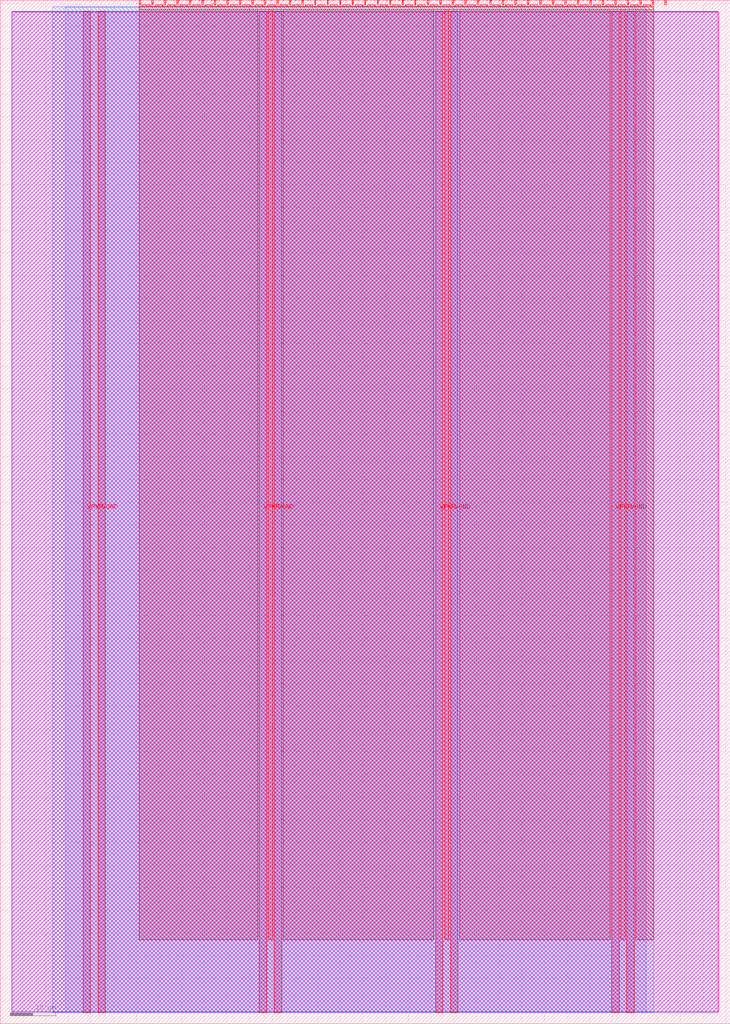
<source format=lef>
VERSION 5.7 ;
  NOWIREEXTENSIONATPIN ON ;
  DIVIDERCHAR "/" ;
  BUSBITCHARS "[]" ;
MACRO tt_um_6502
  CLASS BLOCK ;
  FOREIGN tt_um_6502 ;
  ORIGIN 0.000 0.000 ;
  SIZE 161.000 BY 225.760 ;
  PIN VGND
    DIRECTION INOUT ;
    USE GROUND ;
    PORT
      LAYER met4 ;
        RECT 21.580 2.480 23.180 223.280 ;
    END
    PORT
      LAYER met4 ;
        RECT 60.450 2.480 62.050 223.280 ;
    END
    PORT
      LAYER met4 ;
        RECT 99.320 2.480 100.920 223.280 ;
    END
    PORT
      LAYER met4 ;
        RECT 138.190 2.480 139.790 223.280 ;
    END
  END VGND
  PIN VPWR
    DIRECTION INOUT ;
    USE POWER ;
    PORT
      LAYER met4 ;
        RECT 18.280 2.480 19.880 223.280 ;
    END
    PORT
      LAYER met4 ;
        RECT 57.150 2.480 58.750 223.280 ;
    END
    PORT
      LAYER met4 ;
        RECT 96.020 2.480 97.620 223.280 ;
    END
    PORT
      LAYER met4 ;
        RECT 134.890 2.480 136.490 223.280 ;
    END
  END VPWR
  PIN clk
    DIRECTION INPUT ;
    USE SIGNAL ;
    ANTENNAGATEAREA 0.852000 ;
    PORT
      LAYER met4 ;
        RECT 143.830 224.760 144.130 225.760 ;
    END
  END clk
  PIN ena
    DIRECTION INPUT ;
    USE SIGNAL ;
    PORT
      LAYER met4 ;
        RECT 146.590 224.760 146.890 225.760 ;
    END
  END ena
  PIN rst_n
    DIRECTION INPUT ;
    USE SIGNAL ;
    ANTENNAGATEAREA 0.196500 ;
    PORT
      LAYER met4 ;
        RECT 141.070 224.760 141.370 225.760 ;
    END
  END rst_n
  PIN ui_in[0]
    DIRECTION INPUT ;
    USE SIGNAL ;
    PORT
      LAYER met4 ;
        RECT 138.310 224.760 138.610 225.760 ;
    END
  END ui_in[0]
  PIN ui_in[1]
    DIRECTION INPUT ;
    USE SIGNAL ;
    PORT
      LAYER met4 ;
        RECT 135.550 224.760 135.850 225.760 ;
    END
  END ui_in[1]
  PIN ui_in[2]
    DIRECTION INPUT ;
    USE SIGNAL ;
    PORT
      LAYER met4 ;
        RECT 132.790 224.760 133.090 225.760 ;
    END
  END ui_in[2]
  PIN ui_in[3]
    DIRECTION INPUT ;
    USE SIGNAL ;
    PORT
      LAYER met4 ;
        RECT 130.030 224.760 130.330 225.760 ;
    END
  END ui_in[3]
  PIN ui_in[4]
    DIRECTION INPUT ;
    USE SIGNAL ;
    PORT
      LAYER met4 ;
        RECT 127.270 224.760 127.570 225.760 ;
    END
  END ui_in[4]
  PIN ui_in[5]
    DIRECTION INPUT ;
    USE SIGNAL ;
    PORT
      LAYER met4 ;
        RECT 124.510 224.760 124.810 225.760 ;
    END
  END ui_in[5]
  PIN ui_in[6]
    DIRECTION INPUT ;
    USE SIGNAL ;
    PORT
      LAYER met4 ;
        RECT 121.750 224.760 122.050 225.760 ;
    END
  END ui_in[6]
  PIN ui_in[7]
    DIRECTION INPUT ;
    USE SIGNAL ;
    PORT
      LAYER met4 ;
        RECT 118.990 224.760 119.290 225.760 ;
    END
  END ui_in[7]
  PIN uio_in[0]
    DIRECTION INPUT ;
    USE SIGNAL ;
    ANTENNAGATEAREA 0.159000 ;
    PORT
      LAYER met4 ;
        RECT 116.230 224.760 116.530 225.760 ;
    END
  END uio_in[0]
  PIN uio_in[1]
    DIRECTION INPUT ;
    USE SIGNAL ;
    ANTENNAGATEAREA 0.159000 ;
    PORT
      LAYER met4 ;
        RECT 113.470 224.760 113.770 225.760 ;
    END
  END uio_in[1]
  PIN uio_in[2]
    DIRECTION INPUT ;
    USE SIGNAL ;
    ANTENNAGATEAREA 0.213000 ;
    PORT
      LAYER met4 ;
        RECT 110.710 224.760 111.010 225.760 ;
    END
  END uio_in[2]
  PIN uio_in[3]
    DIRECTION INPUT ;
    USE SIGNAL ;
    ANTENNAGATEAREA 0.213000 ;
    PORT
      LAYER met4 ;
        RECT 107.950 224.760 108.250 225.760 ;
    END
  END uio_in[3]
  PIN uio_in[4]
    DIRECTION INPUT ;
    USE SIGNAL ;
    ANTENNAGATEAREA 0.213000 ;
    PORT
      LAYER met4 ;
        RECT 105.190 224.760 105.490 225.760 ;
    END
  END uio_in[4]
  PIN uio_in[5]
    DIRECTION INPUT ;
    USE SIGNAL ;
    ANTENNAGATEAREA 0.159000 ;
    PORT
      LAYER met4 ;
        RECT 102.430 224.760 102.730 225.760 ;
    END
  END uio_in[5]
  PIN uio_in[6]
    DIRECTION INPUT ;
    USE SIGNAL ;
    ANTENNAGATEAREA 0.159000 ;
    PORT
      LAYER met4 ;
        RECT 99.670 224.760 99.970 225.760 ;
    END
  END uio_in[6]
  PIN uio_in[7]
    DIRECTION INPUT ;
    USE SIGNAL ;
    ANTENNAGATEAREA 0.213000 ;
    PORT
      LAYER met4 ;
        RECT 96.910 224.760 97.210 225.760 ;
    END
  END uio_in[7]
  PIN uio_oe[0]
    DIRECTION OUTPUT ;
    USE SIGNAL ;
    ANTENNADIFFAREA 0.445500 ;
    PORT
      LAYER met4 ;
        RECT 49.990 224.760 50.290 225.760 ;
    END
  END uio_oe[0]
  PIN uio_oe[1]
    DIRECTION OUTPUT ;
    USE SIGNAL ;
    ANTENNADIFFAREA 0.445500 ;
    PORT
      LAYER met4 ;
        RECT 47.230 224.760 47.530 225.760 ;
    END
  END uio_oe[1]
  PIN uio_oe[2]
    DIRECTION OUTPUT ;
    USE SIGNAL ;
    ANTENNADIFFAREA 0.445500 ;
    PORT
      LAYER met4 ;
        RECT 44.470 224.760 44.770 225.760 ;
    END
  END uio_oe[2]
  PIN uio_oe[3]
    DIRECTION OUTPUT ;
    USE SIGNAL ;
    ANTENNADIFFAREA 0.445500 ;
    PORT
      LAYER met4 ;
        RECT 41.710 224.760 42.010 225.760 ;
    END
  END uio_oe[3]
  PIN uio_oe[4]
    DIRECTION OUTPUT ;
    USE SIGNAL ;
    ANTENNADIFFAREA 0.445500 ;
    PORT
      LAYER met4 ;
        RECT 38.950 224.760 39.250 225.760 ;
    END
  END uio_oe[4]
  PIN uio_oe[5]
    DIRECTION OUTPUT ;
    USE SIGNAL ;
    ANTENNADIFFAREA 0.445500 ;
    PORT
      LAYER met4 ;
        RECT 36.190 224.760 36.490 225.760 ;
    END
  END uio_oe[5]
  PIN uio_oe[6]
    DIRECTION OUTPUT ;
    USE SIGNAL ;
    ANTENNADIFFAREA 0.445500 ;
    PORT
      LAYER met4 ;
        RECT 33.430 224.760 33.730 225.760 ;
    END
  END uio_oe[6]
  PIN uio_oe[7]
    DIRECTION OUTPUT ;
    USE SIGNAL ;
    ANTENNAGATEAREA 1.332000 ;
    ANTENNADIFFAREA 0.891000 ;
    PORT
      LAYER met4 ;
        RECT 30.670 224.760 30.970 225.760 ;
    END
  END uio_oe[7]
  PIN uio_out[0]
    DIRECTION OUTPUT ;
    USE SIGNAL ;
    ANTENNADIFFAREA 0.891000 ;
    PORT
      LAYER met4 ;
        RECT 72.070 224.760 72.370 225.760 ;
    END
  END uio_out[0]
  PIN uio_out[1]
    DIRECTION OUTPUT ;
    USE SIGNAL ;
    ANTENNADIFFAREA 0.445500 ;
    PORT
      LAYER met4 ;
        RECT 69.310 224.760 69.610 225.760 ;
    END
  END uio_out[1]
  PIN uio_out[2]
    DIRECTION OUTPUT ;
    USE SIGNAL ;
    ANTENNADIFFAREA 0.445500 ;
    PORT
      LAYER met4 ;
        RECT 66.550 224.760 66.850 225.760 ;
    END
  END uio_out[2]
  PIN uio_out[3]
    DIRECTION OUTPUT ;
    USE SIGNAL ;
    ANTENNADIFFAREA 0.445500 ;
    PORT
      LAYER met4 ;
        RECT 63.790 224.760 64.090 225.760 ;
    END
  END uio_out[3]
  PIN uio_out[4]
    DIRECTION OUTPUT ;
    USE SIGNAL ;
    ANTENNADIFFAREA 0.445500 ;
    PORT
      LAYER met4 ;
        RECT 61.030 224.760 61.330 225.760 ;
    END
  END uio_out[4]
  PIN uio_out[5]
    DIRECTION OUTPUT ;
    USE SIGNAL ;
    ANTENNADIFFAREA 0.445500 ;
    PORT
      LAYER met4 ;
        RECT 58.270 224.760 58.570 225.760 ;
    END
  END uio_out[5]
  PIN uio_out[6]
    DIRECTION OUTPUT ;
    USE SIGNAL ;
    ANTENNADIFFAREA 0.445500 ;
    PORT
      LAYER met4 ;
        RECT 55.510 224.760 55.810 225.760 ;
    END
  END uio_out[6]
  PIN uio_out[7]
    DIRECTION OUTPUT ;
    USE SIGNAL ;
    ANTENNADIFFAREA 0.445500 ;
    PORT
      LAYER met4 ;
        RECT 52.750 224.760 53.050 225.760 ;
    END
  END uio_out[7]
  PIN uo_out[0]
    DIRECTION OUTPUT ;
    USE SIGNAL ;
    ANTENNADIFFAREA 0.891000 ;
    PORT
      LAYER met4 ;
        RECT 94.150 224.760 94.450 225.760 ;
    END
  END uo_out[0]
  PIN uo_out[1]
    DIRECTION OUTPUT ;
    USE SIGNAL ;
    ANTENNADIFFAREA 0.891000 ;
    PORT
      LAYER met4 ;
        RECT 91.390 224.760 91.690 225.760 ;
    END
  END uo_out[1]
  PIN uo_out[2]
    DIRECTION OUTPUT ;
    USE SIGNAL ;
    ANTENNADIFFAREA 0.891000 ;
    PORT
      LAYER met4 ;
        RECT 88.630 224.760 88.930 225.760 ;
    END
  END uo_out[2]
  PIN uo_out[3]
    DIRECTION OUTPUT ;
    USE SIGNAL ;
    ANTENNADIFFAREA 0.891000 ;
    PORT
      LAYER met4 ;
        RECT 85.870 224.760 86.170 225.760 ;
    END
  END uo_out[3]
  PIN uo_out[4]
    DIRECTION OUTPUT ;
    USE SIGNAL ;
    ANTENNADIFFAREA 0.891000 ;
    PORT
      LAYER met4 ;
        RECT 83.110 224.760 83.410 225.760 ;
    END
  END uo_out[4]
  PIN uo_out[5]
    DIRECTION OUTPUT ;
    USE SIGNAL ;
    ANTENNADIFFAREA 0.891000 ;
    PORT
      LAYER met4 ;
        RECT 80.350 224.760 80.650 225.760 ;
    END
  END uo_out[5]
  PIN uo_out[6]
    DIRECTION OUTPUT ;
    USE SIGNAL ;
    ANTENNADIFFAREA 0.891000 ;
    PORT
      LAYER met4 ;
        RECT 77.590 224.760 77.890 225.760 ;
    END
  END uo_out[6]
  PIN uo_out[7]
    DIRECTION OUTPUT ;
    USE SIGNAL ;
    ANTENNADIFFAREA 0.891000 ;
    PORT
      LAYER met4 ;
        RECT 74.830 224.760 75.130 225.760 ;
    END
  END uo_out[7]
  OBS
      LAYER nwell ;
        RECT 2.570 2.635 158.430 223.230 ;
      LAYER li1 ;
        RECT 2.760 2.635 158.240 223.125 ;
      LAYER met1 ;
        RECT 2.760 2.480 158.240 223.280 ;
      LAYER met2 ;
        RECT 11.600 2.535 142.510 224.245 ;
      LAYER met3 ;
        RECT 14.325 2.555 144.170 224.225 ;
      LAYER met4 ;
        RECT 31.370 224.360 33.030 224.760 ;
        RECT 34.130 224.360 35.790 224.760 ;
        RECT 36.890 224.360 38.550 224.760 ;
        RECT 39.650 224.360 41.310 224.760 ;
        RECT 42.410 224.360 44.070 224.760 ;
        RECT 45.170 224.360 46.830 224.760 ;
        RECT 47.930 224.360 49.590 224.760 ;
        RECT 50.690 224.360 52.350 224.760 ;
        RECT 53.450 224.360 55.110 224.760 ;
        RECT 56.210 224.360 57.870 224.760 ;
        RECT 58.970 224.360 60.630 224.760 ;
        RECT 61.730 224.360 63.390 224.760 ;
        RECT 64.490 224.360 66.150 224.760 ;
        RECT 67.250 224.360 68.910 224.760 ;
        RECT 70.010 224.360 71.670 224.760 ;
        RECT 72.770 224.360 74.430 224.760 ;
        RECT 75.530 224.360 77.190 224.760 ;
        RECT 78.290 224.360 79.950 224.760 ;
        RECT 81.050 224.360 82.710 224.760 ;
        RECT 83.810 224.360 85.470 224.760 ;
        RECT 86.570 224.360 88.230 224.760 ;
        RECT 89.330 224.360 90.990 224.760 ;
        RECT 92.090 224.360 93.750 224.760 ;
        RECT 94.850 224.360 96.510 224.760 ;
        RECT 97.610 224.360 99.270 224.760 ;
        RECT 100.370 224.360 102.030 224.760 ;
        RECT 103.130 224.360 104.790 224.760 ;
        RECT 105.890 224.360 107.550 224.760 ;
        RECT 108.650 224.360 110.310 224.760 ;
        RECT 111.410 224.360 113.070 224.760 ;
        RECT 114.170 224.360 115.830 224.760 ;
        RECT 116.930 224.360 118.590 224.760 ;
        RECT 119.690 224.360 121.350 224.760 ;
        RECT 122.450 224.360 124.110 224.760 ;
        RECT 125.210 224.360 126.870 224.760 ;
        RECT 127.970 224.360 129.630 224.760 ;
        RECT 130.730 224.360 132.390 224.760 ;
        RECT 133.490 224.360 135.150 224.760 ;
        RECT 136.250 224.360 137.910 224.760 ;
        RECT 139.010 224.360 140.670 224.760 ;
        RECT 141.770 224.360 143.430 224.760 ;
        RECT 30.655 223.680 144.145 224.360 ;
        RECT 30.655 18.535 56.750 223.680 ;
        RECT 59.150 18.535 60.050 223.680 ;
        RECT 62.450 18.535 95.620 223.680 ;
        RECT 98.020 18.535 98.920 223.680 ;
        RECT 101.320 18.535 134.490 223.680 ;
        RECT 136.890 18.535 137.790 223.680 ;
        RECT 140.190 18.535 144.145 223.680 ;
  END
END tt_um_6502
END LIBRARY


</source>
